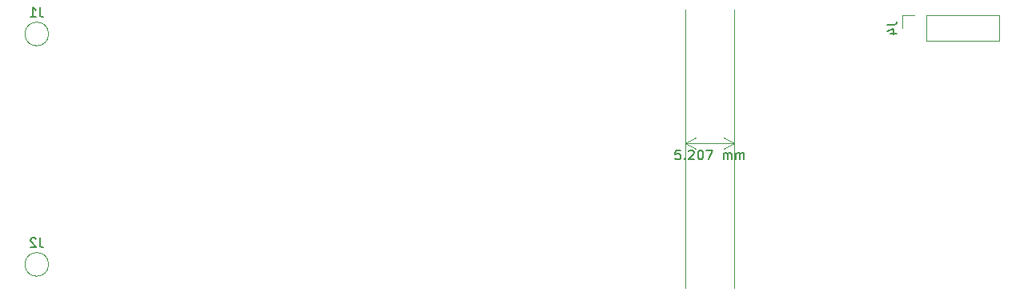
<source format=gbr>
G04 #@! TF.GenerationSoftware,KiCad,Pcbnew,(5.1.5)-3*
G04 #@! TF.CreationDate,2020-07-16T16:27:48-04:00*
G04 #@! TF.ProjectId,AIL_TSAL,41494c5f-5453-4414-9c2e-6b696361645f,rev?*
G04 #@! TF.SameCoordinates,Original*
G04 #@! TF.FileFunction,Legend,Bot*
G04 #@! TF.FilePolarity,Positive*
%FSLAX46Y46*%
G04 Gerber Fmt 4.6, Leading zero omitted, Abs format (unit mm)*
G04 Created by KiCad (PCBNEW (5.1.5)-3) date 2020-07-16 16:27:48*
%MOMM*%
%LPD*%
G04 APERTURE LIST*
%ADD10C,0.150000*%
%ADD11C,0.120000*%
G04 APERTURE END LIST*
D10*
X149320642Y-102195380D02*
X148844452Y-102195380D01*
X148796833Y-102671571D01*
X148844452Y-102623952D01*
X148939690Y-102576333D01*
X149177785Y-102576333D01*
X149273023Y-102623952D01*
X149320642Y-102671571D01*
X149368261Y-102766809D01*
X149368261Y-103004904D01*
X149320642Y-103100142D01*
X149273023Y-103147761D01*
X149177785Y-103195380D01*
X148939690Y-103195380D01*
X148844452Y-103147761D01*
X148796833Y-103100142D01*
X149796833Y-103100142D02*
X149844452Y-103147761D01*
X149796833Y-103195380D01*
X149749214Y-103147761D01*
X149796833Y-103100142D01*
X149796833Y-103195380D01*
X150225404Y-102290619D02*
X150273023Y-102243000D01*
X150368261Y-102195380D01*
X150606357Y-102195380D01*
X150701595Y-102243000D01*
X150749214Y-102290619D01*
X150796833Y-102385857D01*
X150796833Y-102481095D01*
X150749214Y-102623952D01*
X150177785Y-103195380D01*
X150796833Y-103195380D01*
X151415880Y-102195380D02*
X151511119Y-102195380D01*
X151606357Y-102243000D01*
X151653976Y-102290619D01*
X151701595Y-102385857D01*
X151749214Y-102576333D01*
X151749214Y-102814428D01*
X151701595Y-103004904D01*
X151653976Y-103100142D01*
X151606357Y-103147761D01*
X151511119Y-103195380D01*
X151415880Y-103195380D01*
X151320642Y-103147761D01*
X151273023Y-103100142D01*
X151225404Y-103004904D01*
X151177785Y-102814428D01*
X151177785Y-102576333D01*
X151225404Y-102385857D01*
X151273023Y-102290619D01*
X151320642Y-102243000D01*
X151415880Y-102195380D01*
X152082547Y-102195380D02*
X152749214Y-102195380D01*
X152320642Y-103195380D01*
X153892071Y-103195380D02*
X153892071Y-102528714D01*
X153892071Y-102623952D02*
X153939690Y-102576333D01*
X154034928Y-102528714D01*
X154177785Y-102528714D01*
X154273023Y-102576333D01*
X154320642Y-102671571D01*
X154320642Y-103195380D01*
X154320642Y-102671571D02*
X154368261Y-102576333D01*
X154463500Y-102528714D01*
X154606357Y-102528714D01*
X154701595Y-102576333D01*
X154749214Y-102671571D01*
X154749214Y-103195380D01*
X155225404Y-103195380D02*
X155225404Y-102528714D01*
X155225404Y-102623952D02*
X155273023Y-102576333D01*
X155368261Y-102528714D01*
X155511119Y-102528714D01*
X155606357Y-102576333D01*
X155653976Y-102671571D01*
X155653976Y-103195380D01*
X155653976Y-102671571D02*
X155701595Y-102576333D01*
X155796833Y-102528714D01*
X155939690Y-102528714D01*
X156034928Y-102576333D01*
X156082547Y-102671571D01*
X156082547Y-103195380D01*
D11*
X149860000Y-101473000D02*
X155067000Y-101473000D01*
X149860000Y-101473000D02*
X149860000Y-102059421D01*
X155067000Y-101473000D02*
X155067000Y-102059421D01*
X155067000Y-101473000D02*
X153940496Y-102059421D01*
X155067000Y-101473000D02*
X153940496Y-100886579D01*
X149860000Y-101473000D02*
X150986504Y-102059421D01*
X149860000Y-101473000D02*
X150986504Y-100886579D01*
X149860000Y-87376000D02*
X149860000Y-116840000D01*
X155067000Y-87376000D02*
X155067000Y-116840000D01*
X82531000Y-89916000D02*
G75*
G03X82531000Y-89916000I-1251000J0D01*
G01*
X82531000Y-114300000D02*
G75*
G03X82531000Y-114300000I-1251000J0D01*
G01*
X183067000Y-87951000D02*
X183067000Y-90611000D01*
X175387000Y-87951000D02*
X183067000Y-87951000D01*
X175387000Y-90611000D02*
X183067000Y-90611000D01*
X175387000Y-87951000D02*
X175387000Y-90611000D01*
X174117000Y-87951000D02*
X172787000Y-87951000D01*
X172787000Y-87951000D02*
X172787000Y-89281000D01*
D10*
X81613333Y-87118380D02*
X81613333Y-87832666D01*
X81660952Y-87975523D01*
X81756190Y-88070761D01*
X81899047Y-88118380D01*
X81994285Y-88118380D01*
X80613333Y-88118380D02*
X81184761Y-88118380D01*
X80899047Y-88118380D02*
X80899047Y-87118380D01*
X80994285Y-87261238D01*
X81089523Y-87356476D01*
X81184761Y-87404095D01*
X81613333Y-111502380D02*
X81613333Y-112216666D01*
X81660952Y-112359523D01*
X81756190Y-112454761D01*
X81899047Y-112502380D01*
X81994285Y-112502380D01*
X81184761Y-111597619D02*
X81137142Y-111550000D01*
X81041904Y-111502380D01*
X80803809Y-111502380D01*
X80708571Y-111550000D01*
X80660952Y-111597619D01*
X80613333Y-111692857D01*
X80613333Y-111788095D01*
X80660952Y-111930952D01*
X81232380Y-112502380D01*
X80613333Y-112502380D01*
X171239380Y-88947666D02*
X171953666Y-88947666D01*
X172096523Y-88900047D01*
X172191761Y-88804809D01*
X172239380Y-88661952D01*
X172239380Y-88566714D01*
X171572714Y-89852428D02*
X172239380Y-89852428D01*
X171191761Y-89614333D02*
X171906047Y-89376238D01*
X171906047Y-89995285D01*
M02*

</source>
